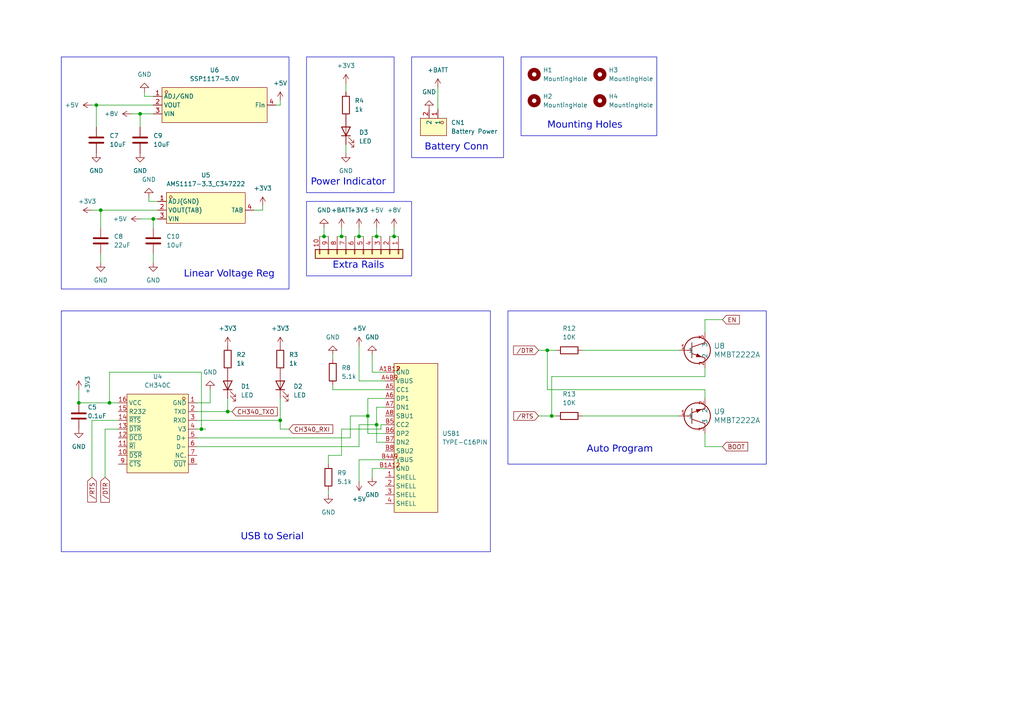
<source format=kicad_sch>
(kicad_sch (version 20230121) (generator eeschema)
  (paper "A4")
  (lib_symbols
    (symbol "Connector_Generic:Conn_01x10" (pin_names (offset 1.016) hide)
      (property "Reference" "J" (at 0 12.7 0))
      (property "Value" "Conn_01x10" (at 0 -15.24 0))
      (symbol "Conn_01x10_1_1"
        (rectangle (start -1.27 -12.573) (end 0 -12.827) (stroke (width 0.1524)))
        (rectangle (start -1.27 -10.033) (end 0 -10.287) (stroke (width 0.1524)))
        (rectangle (start -1.27 -7.493) (end 0 -7.747) (stroke (width 0.1524)))
        (rectangle (start -1.27 -4.953) (end 0 -5.207) (stroke (width 0.1524)))
        (rectangle (start -1.27 -2.413) (end 0 -2.667) (stroke (width 0.1524)))
        (rectangle (start -1.27 0.127) (end 0 -0.127) (stroke (width 0.1524)))
        (rectangle (start -1.27 2.667) (end 0 2.413) (stroke (width 0.1524)))
        (rectangle (start -1.27 5.207) (end 0 4.953) (stroke (width 0.1524)))
        (rectangle (start -1.27 7.747) (end 0 7.493) (stroke (width 0.1524)))
        (rectangle (start -1.27 10.287) (end 0 10.033) (stroke (width 0.1524)))
        (rectangle (start -1.27 11.43) (end 1.27 -13.97) (stroke (width 0.254)) (fill (type background)))
        (pin passive line (at -5.08 10.16 0) (length 3.81) (name "Pin_1") (number "1"))
        (pin passive line (at -5.08 -12.7 0) (length 3.81) (name "Pin_10") (number "10"))
        (pin passive line (at -5.08 7.62 0) (length 3.81) (name "Pin_2") (number "2"))
        (pin passive line (at -5.08 5.08 0) (length 3.81) (name "Pin_3") (number "3"))
        (pin passive line (at -5.08 2.54 0) (length 3.81) (name "Pin_4") (number "4"))
        (pin passive line (at -5.08 0 0) (length 3.81) (name "Pin_5") (number "5"))
        (pin passive line (at -5.08 -2.54 0) (length 3.81) (name "Pin_6") (number "6"))
        (pin passive line (at -5.08 -5.08 0) (length 3.81) (name "Pin_7") (number "7"))
        (pin passive line (at -5.08 -7.62 0) (length 3.81) (name "Pin_8") (number "8"))
        (pin passive line (at -5.08 -10.16 0) (length 3.81) (name "Pin_9") (number "9"))
      )
    )
    (symbol "Device:C" (pin_numbers hide) (pin_names (offset 0.254))
      (property "Reference" "C" (at 0.635 2.54 0))
      (property "Value" "C" (at 0.635 -2.54 0))
      (symbol "C_0_1"
        (polyline (pts (xy -2.032 -0.762) (xy 2.032 -0.762)) (stroke (width 0.508)))
        (polyline (pts (xy -2.032 0.762) (xy 2.032 0.762)) (stroke (width 0.508)))
      )
      (symbol "C_1_1"
        (pin passive line (at 0 3.81 270) (length 2.794) (name "~") (number "1"))
        (pin passive line (at 0 -3.81 90) (length 2.794) (name "~") (number "2"))
      )
    )
    (symbol "Device:LED" (pin_numbers hide) (pin_names (offset 1.016) hide)
      (property "Reference" "D" (at 0 2.54 0))
      (property "Value" "LED" (at 0 -2.54 0))
      (symbol "LED_0_1"
        (polyline (pts (xy -1.27 -1.27) (xy -1.27 1.27)) (stroke (width 0.254)))
        (polyline (pts (xy -1.27 0) (xy 1.27 0)))
        (polyline (pts (xy 1.27 -1.27) (xy 1.27 1.27) (xy -1.27 0) (xy 1.27 -1.27)) (stroke (width 0.254)))
        (polyline (pts (xy -3.048 -0.762) (xy -4.572 -2.286) (xy -3.81 -2.286) (xy -4.572 -2.286) (xy -4.572 -1.524)))
        (polyline (pts (xy -1.778 -0.762) (xy -3.302 -2.286) (xy -2.54 -2.286) (xy -3.302 -2.286) (xy -3.302 -1.524)))
      )
      (symbol "LED_1_1"
        (pin passive line (at -3.81 0 0) (length 2.54) (name "K") (number "1"))
        (pin passive line (at 3.81 0 180) (length 2.54) (name "A") (number "2"))
      )
    )
    (symbol "Device:R" (pin_numbers hide) (pin_names (offset 0))
      (property "Reference" "R" (at 2.032 0 90))
      (property "Value" "R" (at 0 0 90))
      (symbol "R_0_1"
        (rectangle (start -1.016 -2.54) (end 1.016 2.54) (stroke (width 0.254)))
      )
      (symbol "R_1_1"
        (pin passive line (at 0 3.81 270) (length 1.27) (name "~") (number "1"))
        (pin passive line (at 0 -3.81 90) (length 1.27) (name "~") (number "2"))
      )
    )
    (symbol "Mechanical:MountingHole" (pin_names (offset 1.016))
      (property "Reference" "H" (at 0 5.08 0))
      (property "Value" "MountingHole" (at 0 3.175 0))
      (symbol "MountingHole_0_1"
        (circle (center 0 0) (radius 1.27) (stroke (width 1.27)))
      )
    )
    (symbol "Snap_EDA:MMBT2222A" (pin_names (offset 0.254))
      (property "Reference" "U" (at 10.16 2.54 0))
      (property "Value" "MMBT2222A" (at 10.16 -2.54 0))
      (symbol "MMBT2222A_0_1"
        (polyline (pts (xy 2.54 0) (xy 3.81 0)) (stroke (width 0.2032)))
        (polyline (pts (xy 3.81 -2.2098) (xy 3.81 2.2098)) (stroke (width 0.2032)))
        (polyline (pts (xy 3.81 -0.9398) (xy 7.62 -2.2098)) (stroke (width 0.2032)))
        (polyline (pts (xy 3.81 0.9398) (xy 7.62 2.2098)) (stroke (width 0.2032)))
        (polyline (pts (xy 7.62 -2.54) (xy 7.62 -2.2098)) (stroke (width 0.2032)))
        (polyline (pts (xy 7.62 2.2098) (xy 7.62 2.54)) (stroke (width 0.2032)))
        (polyline (pts (xy 5.3848 -0.9398) (xy 5.08 -1.905) (xy 6.6548 -1.905)) (fill (type outline)))
        (circle (center 5.3848 0) (radius 3.81) (stroke (width 0.254)))
        (pin unspecified line (at 0 0 0) (length 2.54) (name "1") (number "1"))
        (pin unspecified line (at 7.62 -5.08 90) (length 2.54) (name "2") (number "2"))
        (pin unspecified line (at 7.62 5.08 270) (length 2.54) (name "3") (number "3"))
      )
    )
    (symbol "easyeda2kicad:AMS1117-3.3_C347222"
      (property "Reference" "U" (at 0 7.62 0))
      (property "Value" "AMS1117-3.3_C347222" (at 0 -7.62 0))
      (symbol "AMS1117-3.3_C347222_0_1"
        (rectangle (start -12.7 5.08) (end 10.16 -3.81) (fill (type background)))
        (circle (center -11.43 3.81) (radius 0.38))
        (pin unspecified line (at -15.24 2.54 0) (length 2.54) (name "ADJ(GND)") (number "1"))
        (pin unspecified line (at -15.24 0 0) (length 2.54) (name "VOUT(TAB)") (number "2"))
        (pin unspecified line (at -15.24 -2.54 0) (length 2.54) (name "VIN") (number "3"))
        (pin unspecified line (at 12.7 0 180) (length 2.54) (name "TAB") (number "4"))
      )
    )
    (symbol "easyeda2kicad:CH340C"
      (property "Reference" "U" (at 0 13.97 0))
      (property "Value" "CH340C" (at 0 -13.97 0))
      (symbol "CH340C_0_1"
        (rectangle (start -8.89 11.43) (end 8.89 -11.43) (fill (type background)))
        (circle (center -7.62 10.16) (radius 0.38))
        (pin unspecified line (at -11.43 8.89 0) (length 2.54) (name "GND") (number "1"))
        (pin unspecified line (at 11.43 -6.35 180) (length 2.54) (name "~{DSR}") (number "10"))
        (pin unspecified line (at 11.43 -3.81 180) (length 2.54) (name "~{RI}") (number "11"))
        (pin unspecified line (at 11.43 -1.27 180) (length 2.54) (name "~{DCD}") (number "12"))
        (pin unspecified line (at 11.43 1.27 180) (length 2.54) (name "~{DTR}") (number "13"))
        (pin unspecified line (at 11.43 3.81 180) (length 2.54) (name "~{RTS}") (number "14"))
        (pin unspecified line (at 11.43 6.35 180) (length 2.54) (name "R232") (number "15"))
        (pin unspecified line (at 11.43 8.89 180) (length 2.54) (name "VCC") (number "16"))
        (pin unspecified line (at -11.43 6.35 0) (length 2.54) (name "TXD") (number "2"))
        (pin unspecified line (at -11.43 3.81 0) (length 2.54) (name "RXD") (number "3"))
        (pin unspecified line (at -11.43 1.27 0) (length 2.54) (name "V3") (number "4"))
        (pin unspecified line (at -11.43 -1.27 0) (length 2.54) (name "D+") (number "5"))
        (pin unspecified line (at -11.43 -3.81 0) (length 2.54) (name "D-") (number "6"))
        (pin unspecified line (at -11.43 -6.35 0) (length 2.54) (name "NC.") (number "7"))
        (pin unspecified line (at -11.43 -8.89 0) (length 2.54) (name "~{OUT}") (number "8"))
        (pin unspecified line (at 11.43 -8.89 180) (length 2.54) (name "~{CTS}") (number "9"))
      )
    )
    (symbol "easyeda2kicad:MX126-5.0-GN01-02P-CU-S-A"
      (property "Reference" "CN" (at 0 6.35 0))
      (property "Value" "MX126-5.0-GN01-02P-CU-S-A" (at 0 -6.35 0))
      (symbol "MX126-5.0-GN01-02P-CU-S-A_0_1"
        (rectangle (start -1.27 3.81) (end 3.81 -3.81) (fill (type background)))
        (circle (center 0 2.54) (radius 0.38))
        (pin unspecified line (at -3.81 1.27 0) (length 2.54) (name "1") (number "1"))
        (pin unspecified line (at -3.81 -1.27 0) (length 2.54) (name "2") (number "2"))
      )
    )
    (symbol "easyeda2kicad:SSP1117-5.0V"
      (property "Reference" "U" (at 0 7.62 0))
      (property "Value" "SSP1117-5.0V" (at 0 -7.62 0))
      (symbol "SSP1117-5.0V_0_1"
        (rectangle (start -15.24 5.08) (end 15.24 -5.08) (fill (type background)))
        (circle (center -13.97 3.81) (radius 0.38))
        (pin unspecified line (at -17.78 2.54 0) (length 2.54) (name "ADJ/GND") (number "1"))
        (pin unspecified line (at -17.78 0 0) (length 2.54) (name "VOUT") (number "2"))
        (pin unspecified line (at -17.78 -2.54 0) (length 2.54) (name "VIN") (number "3"))
        (pin unspecified line (at 17.78 0 180) (length 2.54) (name "Fin") (number "4"))
      )
    )
    (symbol "easyeda2kicad:TYPE-C16PIN"
      (property "Reference" "USB" (at 0 24.13 0))
      (property "Value" "TYPE-C16PIN" (at 0 -24.13 0))
      (symbol "TYPE-C16PIN_0_1"
        (rectangle (start -6.35 21.59) (end 6.35 -21.59) (fill (type background)))
        (circle (center -5.08 20.32) (radius 0.38))
        (pin unspecified line (at -8.89 -11.43 0) (length 2.54) (name "SHELL") (number "1"))
        (pin unspecified line (at -8.89 -13.97 0) (length 2.54) (name "SHELL") (number "2"))
        (pin unspecified line (at -8.89 -16.51 0) (length 2.54) (name "SHELL") (number "3"))
        (pin unspecified line (at -8.89 -19.05 0) (length 2.54) (name "SHELL") (number "4"))
        (pin unspecified line (at -8.89 19.05 0) (length 2.54) (name "GND") (number "A1B12"))
        (pin unspecified line (at -8.89 16.51 0) (length 2.54) (name "VBUS") (number "A4B9"))
        (pin unspecified line (at -8.89 13.97 0) (length 2.54) (name "CC1") (number "A5"))
        (pin unspecified line (at -8.89 11.43 0) (length 2.54) (name "DP1") (number "A6"))
        (pin unspecified line (at -8.89 8.89 0) (length 2.54) (name "DN1") (number "A7"))
        (pin unspecified line (at -8.89 6.35 0) (length 2.54) (name "SBU1") (number "A8"))
        (pin unspecified line (at -8.89 -8.89 0) (length 2.54) (name "GND") (number "B1A12"))
        (pin unspecified line (at -8.89 -6.35 0) (length 2.54) (name "VBUS") (number "B4A9"))
        (pin unspecified line (at -8.89 3.81 0) (length 2.54) (name "CC2") (number "B5"))
        (pin unspecified line (at -8.89 1.27 0) (length 2.54) (name "DP2") (number "B6"))
        (pin unspecified line (at -8.89 -1.27 0) (length 2.54) (name "DN2") (number "B7"))
        (pin unspecified line (at -8.89 -3.81 0) (length 2.54) (name "SBU2") (number "B8"))
      )
    )
    (symbol "power:+3V3" (power) (pin_names (offset 0))
      (property "Value" "+3V3" (at 0 3.556 0))
      (symbol "+3V3_0_1"
        (polyline (pts (xy -0.762 1.27) (xy 0 2.54)))
        (polyline (pts (xy 0 0) (xy 0 2.54)))
        (polyline (pts (xy 0 2.54) (xy 0.762 1.27)))
      )
      (symbol "+3V3_1_1"
        (pin power_in line (at 0 0 90) (length 0) hide (name "+3V3") (number "1"))
      )
    )
    (symbol "power:+5V" (power) (pin_names (offset 0))
      (property "Value" "+5V" (at 0 3.556 0))
      (symbol "+5V_0_1"
        (polyline (pts (xy -0.762 1.27) (xy 0 2.54)))
        (polyline (pts (xy 0 0) (xy 0 2.54)))
        (polyline (pts (xy 0 2.54) (xy 0.762 1.27)))
      )
      (symbol "+5V_1_1"
        (pin power_in line (at 0 0 90) (length 0) hide (name "+5V") (number "1"))
      )
    )
    (symbol "power:+8V" (power) (pin_names (offset 0))
      (property "Value" "+8V" (at 0 3.556 0))
      (symbol "+8V_0_1"
        (polyline (pts (xy -0.762 1.27) (xy 0 2.54)))
        (polyline (pts (xy 0 0) (xy 0 2.54)))
        (polyline (pts (xy 0 2.54) (xy 0.762 1.27)))
      )
      (symbol "+8V_1_1"
        (pin power_in line (at 0 0 90) (length 0) hide (name "+8V") (number "1"))
      )
    )
    (symbol "power:+BATT" (power) (pin_names (offset 0))
      (property "Value" "+BATT" (at 0 3.556 0))
      (symbol "+BATT_0_1"
        (polyline (pts (xy -0.762 1.27) (xy 0 2.54)))
        (polyline (pts (xy 0 0) (xy 0 2.54)))
        (polyline (pts (xy 0 2.54) (xy 0.762 1.27)))
      )
      (symbol "+BATT_1_1"
        (pin power_in line (at 0 0 90) (length 0) hide (name "+BATT") (number "1"))
      )
    )
    (symbol "power:GND" (power) (pin_names (offset 0))
      (property "Value" "GND" (at 0 -3.81 0))
      (symbol "GND_0_1"
        (polyline (pts (xy 0 0) (xy 0 -1.27) (xy 1.27 -1.27) (xy 0 -2.54) (xy -1.27 -1.27) (xy 0 -1.27)))
      )
      (symbol "GND_1_1"
        (pin power_in line (at 0 0 270) (length 0) hide (name "GND") (number "1"))
      )
    )
  )
  (junction (at 58.42 124.46))
  (junction (at 29.21 60.96))
  (junction (at 40.64 33.02))
  (junction (at 44.45 63.5))
  (junction (at 109.22 123.19))
  (junction (at 106.68 120.65))
  (junction (at 99.06 68.58))
  (junction (at 93.98 68.58))
  (junction (at 160.02 120.65))
  (junction (at 66.04 119.38))
  (junction (at 104.14 68.58))
  (junction (at 81.28 121.92))
  (junction (at 22.86 116.84))
  (junction (at 158.75 101.6))
  (junction (at 114.3 68.58))
  (junction (at 27.94 30.48))
  (junction (at 31.75 116.84))
  (junction (at 109.22 68.58))
  (wire (pts (xy 104.14 123.19) (xy 109.22 123.19)))
  (wire (pts (xy 99.06 124.46) (xy 99.06 132.08)))
  (wire (pts (xy 44.45 63.5) (xy 44.45 66.04)))
  (wire (pts (xy 57.15 119.38) (xy 66.04 119.38)))
  (wire (pts (xy 57.15 127) (xy 101.6 127)))
  (wire (pts (xy 109.22 68.58) (xy 110.49 68.58)))
  (wire (pts (xy 44.45 73.66) (xy 44.45 76.2)))
  (wire (pts (xy 81.28 30.48) (xy 81.28 29.21)))
  (wire (pts (xy 107.95 107.95) (xy 107.95 102.87)))
  (wire (pts (xy 156.21 101.6) (xy 158.75 101.6)))
  (wire (pts (xy 204.47 113.03) (xy 158.75 113.03)))
  (wire (pts (xy 81.28 121.92) (xy 81.28 124.46)))
  (wire (pts (xy 106.68 125.73) (xy 111.76 125.73)))
  (wire (pts (xy 81.28 124.46) (xy 83.82 124.46)))
  (wire (pts (xy 158.75 113.03) (xy 158.75 101.6)))
  (wire (pts (xy 106.68 120.65) (xy 106.68 125.73)))
  (wire (pts (xy 104.14 133.35) (xy 104.14 139.7)))
  (wire (pts (xy 27.94 30.48) (xy 27.94 36.83)))
  (wire (pts (xy 111.76 118.11) (xy 109.22 118.11)))
  (wire (pts (xy 26.67 121.92) (xy 26.67 138.43)))
  (wire (pts (xy 93.98 68.58) (xy 95.25 68.58)))
  (wire (pts (xy 58.42 107.95) (xy 31.75 107.95)))
  (wire (pts (xy 27.94 30.48) (xy 44.45 30.48)))
  (wire (pts (xy 44.45 33.02) (xy 40.64 33.02)))
  (wire (pts (xy 204.47 129.54) (xy 209.55 129.54)))
  (wire (pts (xy 102.87 68.58) (xy 104.14 68.58)))
  (wire (pts (xy 22.86 113.03) (xy 22.86 116.84)))
  (wire (pts (xy 107.95 138.43) (xy 107.95 135.89)))
  (wire (pts (xy 204.47 106.68) (xy 204.47 109.22)))
  (wire (pts (xy 111.76 107.95) (xy 107.95 107.95)))
  (wire (pts (xy 57.15 129.54) (xy 104.14 129.54)))
  (wire (pts (xy 93.98 68.58) (xy 92.71 68.58)))
  (wire (pts (xy 31.75 116.84) (xy 34.29 116.84)))
  (wire (pts (xy 156.21 120.65) (xy 160.02 120.65)))
  (wire (pts (xy 81.28 115.57) (xy 81.28 121.92)))
  (wire (pts (xy 96.52 113.03) (xy 111.76 113.03)))
  (wire (pts (xy 76.2 60.96) (xy 76.2 59.69)))
  (wire (pts (xy 96.52 111.76) (xy 96.52 113.03)))
  (wire (pts (xy 30.48 124.46) (xy 30.48 138.43)))
  (wire (pts (xy 44.45 63.5) (xy 45.72 63.5)))
  (wire (pts (xy 104.14 110.49) (xy 104.14 100.33)))
  (wire (pts (xy 104.14 133.35) (xy 111.76 133.35)))
  (wire (pts (xy 106.68 115.57) (xy 106.68 120.65)))
  (wire (pts (xy 100.33 24.13) (xy 100.33 26.67)))
  (wire (pts (xy 204.47 96.52) (xy 204.47 92.71)))
  (wire (pts (xy 22.86 116.84) (xy 31.75 116.84)))
  (wire (pts (xy 109.22 128.27) (xy 111.76 128.27)))
  (wire (pts (xy 26.67 30.48) (xy 27.94 30.48)))
  (wire (pts (xy 100.33 41.91) (xy 100.33 44.45)))
  (wire (pts (xy 107.95 68.58) (xy 109.22 68.58)))
  (wire (pts (xy 57.15 121.92) (xy 81.28 121.92)))
  (wire (pts (xy 110.49 124.46) (xy 99.06 124.46)))
  (wire (pts (xy 127 25.4) (xy 127 31.75)))
  (wire (pts (xy 99.06 132.08) (xy 95.25 132.08)))
  (wire (pts (xy 95.25 142.24) (xy 95.25 143.51)))
  (wire (pts (xy 101.6 120.65) (xy 106.68 120.65)))
  (wire (pts (xy 111.76 123.19) (xy 110.49 123.19)))
  (wire (pts (xy 104.14 129.54) (xy 104.14 123.19)))
  (wire (pts (xy 66.04 119.38) (xy 67.31 119.38)))
  (wire (pts (xy 204.47 115.57) (xy 204.47 113.03)))
  (wire (pts (xy 204.47 125.73) (xy 204.47 129.54)))
  (wire (pts (xy 111.76 115.57) (xy 106.68 115.57)))
  (wire (pts (xy 73.66 60.96) (xy 76.2 60.96)))
  (wire (pts (xy 29.21 60.96) (xy 29.21 66.04)))
  (wire (pts (xy 41.91 27.94) (xy 44.45 27.94)))
  (wire (pts (xy 114.3 66.04) (xy 114.3 68.58)))
  (wire (pts (xy 26.67 60.96) (xy 29.21 60.96)))
  (wire (pts (xy 58.42 124.46) (xy 58.42 107.95)))
  (wire (pts (xy 111.76 110.49) (xy 104.14 110.49)))
  (wire (pts (xy 168.91 120.65) (xy 196.85 120.65)))
  (wire (pts (xy 80.01 30.48) (xy 81.28 30.48)))
  (wire (pts (xy 109.22 123.19) (xy 109.22 128.27)))
  (wire (pts (xy 107.95 135.89) (xy 111.76 135.89)))
  (wire (pts (xy 34.29 121.92) (xy 26.67 121.92)))
  (wire (pts (xy 158.75 101.6) (xy 161.29 101.6)))
  (wire (pts (xy 99.06 68.58) (xy 100.33 68.58)))
  (wire (pts (xy 43.18 58.42) (xy 45.72 58.42)))
  (wire (pts (xy 40.64 33.02) (xy 40.64 36.83)))
  (wire (pts (xy 113.03 68.58) (xy 114.3 68.58)))
  (wire (pts (xy 204.47 109.22) (xy 160.02 109.22)))
  (wire (pts (xy 168.91 101.6) (xy 196.85 101.6)))
  (wire (pts (xy 101.6 127) (xy 101.6 120.65)))
  (wire (pts (xy 29.21 73.66) (xy 29.21 76.2)))
  (wire (pts (xy 38.1 33.02) (xy 40.64 33.02)))
  (wire (pts (xy 99.06 68.58) (xy 97.79 68.58)))
  (wire (pts (xy 93.98 66.04) (xy 93.98 68.58)))
  (wire (pts (xy 114.3 68.58) (xy 115.57 68.58)))
  (wire (pts (xy 60.96 116.84) (xy 60.96 113.03)))
  (wire (pts (xy 40.64 63.5) (xy 44.45 63.5)))
  (wire (pts (xy 66.04 115.57) (xy 66.04 119.38)))
  (wire (pts (xy 109.22 66.04) (xy 109.22 68.58)))
  (wire (pts (xy 96.52 102.87) (xy 96.52 104.14)))
  (wire (pts (xy 99.06 66.04) (xy 99.06 68.58)))
  (wire (pts (xy 31.75 107.95) (xy 31.75 116.84)))
  (wire (pts (xy 95.25 132.08) (xy 95.25 134.62)))
  (wire (pts (xy 104.14 68.58) (xy 105.41 68.58)))
  (wire (pts (xy 34.29 124.46) (xy 30.48 124.46)))
  (wire (pts (xy 160.02 120.65) (xy 161.29 120.65)))
  (wire (pts (xy 41.91 26.67) (xy 41.91 27.94)))
  (wire (pts (xy 204.47 92.71) (xy 209.55 92.71)))
  (wire (pts (xy 109.22 118.11) (xy 109.22 123.19)))
  (wire (pts (xy 57.15 124.46) (xy 58.42 124.46)))
  (wire (pts (xy 58.42 124.46) (xy 59.69 124.46)))
  (wire (pts (xy 110.49 123.19) (xy 110.49 124.46)))
  (wire (pts (xy 104.14 66.04) (xy 104.14 68.58)))
  (wire (pts (xy 43.18 57.15) (xy 43.18 58.42)))
  (wire (pts (xy 29.21 60.96) (xy 45.72 60.96)))
  (wire (pts (xy 160.02 109.22) (xy 160.02 120.65)))
  (wire (pts (xy 57.15 116.84) (xy 60.96 116.84)))
  (rectangle (start 151.13 16.51) (end 190.5 39.37))
  (rectangle (start 147.32 90.17) (end 222.25 134.62))
  (rectangle (start 17.78 16.51) (end 83.82 83.82))
  (rectangle (start 88.9 16.51) (end 114.3 55.88))
  (rectangle (start 17.78 90.17) (end 142.24 160.02))
  (rectangle (start 119.38 16.51) (end 146.05 45.72))
  (rectangle (start 88.9 58.42) (end 119.38 80.01))
  (text "Linear Voltage Reg" (at 53.34 81.28 0) (effects (font (size 2 2)) (justify left bottom)))
  (text "Mounting Holes" (at 158.75 38.1 0) (effects (font (size 2 2)) (justify left bottom)))
  (text "Extra Rails" (at 96.52 78.74 0) (effects (font (size 2 2)) (justify left bottom)))
  (text "USB to Serial" (at 69.85 157.48 0) (effects (font (size 2 2)) (justify left bottom)))
  (text "Power Indicator" (at 90.17 54.61 0) (effects (font (size 2 2)) (justify left bottom)))
  (text "Auto Program" (at 170.18 132.08 0) (effects (font (size 2 2)) (justify left bottom)))
  (text "Battery Conn" (at 123.19 44.45 0) (effects (font (size 2 2)) (justify left bottom)))
  (global_label "{slash}RTS" (shape input) (at 156.21 120.65 180) (property "Intersheetrefs" "${INTERSHEET_REFS}" (effects hide)))
  (global_label "{slash}RTS" (shape input) (at 26.67 138.43 270) (property "Intersheetrefs" "${INTERSHEET_REFS}" (effects hide)))
  (global_label "BOOT" (shape input) (at 209.55 129.54 0) (property "Intersheetrefs" "${INTERSHEET_REFS}" (effects hide)))
  (global_label "{slash}DTR" (shape input) (at 30.48 138.43 270) (property "Intersheetrefs" "${INTERSHEET_REFS}" (effects hide)))
  (global_label "CH340_RXI" (shape input) (at 83.82 124.46 0) (property "Intersheetrefs" "${INTERSHEET_REFS}" (effects hide)))
  (global_label "CH340_TXO" (shape input) (at 67.31 119.38 0) (property "Intersheetrefs" "${INTERSHEET_REFS}" (effects hide)))
  (global_label "EN" (shape input) (at 209.55 92.71 0) (property "Intersheetrefs" "${INTERSHEET_REFS}" (effects hide)))
  (global_label "{slash}DTR" (shape input) (at 156.21 101.6 180) (property "Intersheetrefs" "${INTERSHEET_REFS}" (effects hide)))
  (symbol (lib_id "power:+8V") (at 114.3 66.04 0) (unit 1)
    (property "Reference" "#PWR056" (effects hide))
    (property "Value" "+8V" (at 114.3 60.96 0))
  )
  (symbol (lib_id "power:+5V") (at 104.14 139.7 0) (mirror x) (unit 1)
    (property "Reference" "#PWR050" (effects hide))
    (property "Value" "+5V" (at 104.14 144.78 0))
  )
  (symbol (lib_id "power:+5V") (at 40.64 63.5 90) (mirror x) (unit 1)
    (property "Reference" "#PWR024" (effects hide))
    (property "Value" "+5V" (at 36.83 63.5 90) (effects (justify left)))
  )
  (symbol (lib_id "Device:R") (at 96.52 107.95 0) (unit 1)
    (property "Reference" "R8" (at 99.06 106.68 0) (effects (justify left)))
    (property "Value" "5.1k" (at 99.06 109.22 0) (effects (justify left)))
    (property "Footprint" "Resistor_SMD:R_0805_2012Metric" (effects hide))
  )
  (symbol (lib_id "power:+5V") (at 109.22 66.04 0) (mirror y) (unit 1)
    (property "Reference" "#PWR055" (effects hide))
    (property "Value" "+5V" (at 109.22 60.96 0))
  )
  (symbol (lib_id "power:GND") (at 93.98 66.04 180) (unit 1)
    (property "Reference" "#PWR045" (effects hide))
    (property "Value" "GND" (at 93.98 60.96 0))
  )
  (symbol (lib_id "power:GND") (at 44.45 76.2 0) (unit 1)
    (property "Reference" "#PWR027" (effects hide))
    (property "Value" "GND" (at 44.45 81.28 0))
  )
  (symbol (lib_id "power:+8V") (at 38.1 33.02 90) (unit 1)
    (property "Reference" "#PWR022" (effects hide))
    (property "Value" "+8V" (at 34.29 33.02 90) (effects (justify left)))
  )
  (symbol (lib_id "power:+5V") (at 104.14 100.33 0) (mirror y) (unit 1)
    (property "Reference" "#PWR049" (effects hide))
    (property "Value" "+5V" (at 104.14 95.25 0))
  )
  (symbol (lib_id "Device:LED") (at 66.04 111.76 90) (unit 1)
    (property "Reference" "D1" (at 69.85 112.0775 90) (effects (justify right)))
    (property "Value" "LED" (at 69.85 114.6175 90) (effects (justify right)))
    (property "Footprint" "LED_SMD:LED_0805_2012Metric" (effects hide))
  )
  (symbol (lib_id "Snap_EDA:MMBT2222A") (at 196.85 101.6 0) (unit 1)
    (property "Reference" "U8" (at 207.01 100.33 0) (effects (font (size 1.524 1.524)) (justify left)))
    (property "Value" "MMBT2222A" (at 207.01 102.87 0) (effects (font (size 1.524 1.524)) (justify left)))
    (property "Footprint" "Snap_EDA:SOT23_FAS" (effects hide))
    (property "Datasheet" "MMBT2222A" (effects hide))
  )
  (symbol (lib_id "easyeda2kicad:CH340C") (at 45.72 125.73 0) (mirror y) (unit 1)
    (property "Reference" "U4" (at 45.72 109.22 0))
    (property "Value" "CH340C" (at 45.72 111.76 0))
    (property "Footprint" "easyeda2kicad:SOP-16_L10.0-W3.9-P1.27-LS6.0-BL" (effects hide))
    (property "Datasheet" "https://lcsc.com/product-detail/USB_CH340C_C84681.html" (effects hide))
    (property "LCSC Part" "C84681" (effects hide))
  )
  (symbol (lib_id "Mechanical:MountingHole") (at 154.94 21.59 0) (unit 1)
    (property "Reference" "H1" (at 157.48 20.32 0) (effects (justify left)))
    (property "Value" "MountingHole" (at 157.48 22.86 0) (effects (justify left)))
    (property "Footprint" "MountingHole:MountingHole_2.5mm" (effects hide))
  )
  (symbol (lib_id "power:GND") (at 40.64 44.45 0) (unit 1)
    (property "Reference" "#PWR023" (effects hide))
    (property "Value" "GND" (at 40.64 49.53 0))
  )
  (symbol (lib_id "Device:C") (at 29.21 69.85 0) (unit 1)
    (property "Reference" "C8" (at 33.02 68.58 0) (effects (justify left)))
    (property "Value" "22uF" (at 33.02 71.12 0) (effects (justify left)))
    (property "Footprint" "Capacitor_SMD:C_0805_2012Metric" (effects hide))
  )
  (symbol (lib_id "Device:LED") (at 81.28 111.76 90) (unit 1)
    (property "Reference" "D2" (at 85.09 112.0775 90) (effects (justify right)))
    (property "Value" "LED" (at 85.09 114.6175 90) (effects (justify right)))
    (property "Footprint" "LED_SMD:LED_0805_2012Metric" (effects hide))
  )
  (symbol (lib_id "power:GND") (at 95.25 143.51 0) (unit 1)
    (property "Reference" "#PWR051" (effects hide))
    (property "Value" "GND" (at 95.25 148.59 0))
  )
  (symbol (lib_id "power:GND") (at 107.95 102.87 180) (unit 1)
    (property "Reference" "#PWR048" (effects hide))
    (property "Value" "GND" (at 107.95 97.79 0))
  )
  (symbol (lib_id "Device:C") (at 27.94 40.64 0) (unit 1)
    (property "Reference" "C7" (at 31.75 39.37 0) (effects (justify left)))
    (property "Value" "10uF" (at 31.75 41.91 0) (effects (justify left)))
    (property "Footprint" "Capacitor_SMD:C_0805_2012Metric" (effects hide))
  )
  (symbol (lib_id "power:GND") (at 100.33 44.45 0) (unit 1)
    (property "Reference" "#PWR031" (effects hide))
    (property "Value" "GND" (at 100.33 49.53 0))
  )
  (symbol (lib_id "power:+BATT") (at 99.06 66.04 0) (unit 1)
    (property "Reference" "#PWR053" (effects hide))
    (property "Value" "+BATT" (at 99.06 60.96 0))
  )
  (symbol (lib_id "easyeda2kicad:TYPE-C16PIN") (at 120.65 127 0) (unit 1)
    (property "Reference" "USB1" (at 128.27 125.73 0) (effects (justify left)))
    (property "Value" "TYPE-C16PIN" (at 128.27 128.27 0) (effects (justify left)))
    (property "Footprint" "easyeda2kicad:USB-C-SMD_TYPE-C16PIN" (effects hide))
    (property "Datasheet" "https://lcsc.com/product-detail/USB-Connectors_SHOU-HAN-TYPE-C16PIN_C393939.html" (effects hide))
    (property "LCSC Part" "C393939" (effects hide))
  )
  (symbol (lib_id "power:GND") (at 27.94 44.45 0) (unit 1)
    (property "Reference" "#PWR020" (effects hide))
    (property "Value" "GND" (at 27.94 49.53 0))
  )
  (symbol (lib_id "easyeda2kicad:MX126-5.0-GN01-02P-CU-S-A") (at 125.73 35.56 270) (unit 1)
    (property "Reference" "CN1" (at 130.81 35.56 90) (effects (justify left)))
    (property "Value" "Battery Power" (at 130.81 38.1 90) (effects (justify left)))
    (property "Footprint" "easyeda2kicad:CONN-TH_2P-P5.00_MX126-5.0-GN01-02P-CU-S-A" (effects hide))
    (property "LCSC Part" "C5188434" (effects hide))
  )
  (symbol (lib_id "power:GND") (at 60.96 113.03 0) (mirror x) (unit 1)
    (property "Reference" "#PWR013" (effects hide))
    (property "Value" "GND" (at 60.96 107.95 0))
  )
  (symbol (lib_id "easyeda2kicad:AMS1117-3.3_C347222") (at 60.96 60.96 0) (unit 1)
    (property "Reference" "U5" (at 59.69 50.8 0))
    (property "Value" "AMS1117-3.3_C347222" (at 59.69 53.34 0))
    (property "Footprint" "easyeda2kicad:SOT-223-4_L6.5-W3.5-P2.30-LS7.0-BR" (effects hide))
    (property "Datasheet" "https://lcsc.com/product-detail/Others_Youtai-Semiconductor-Co-Ltd-AMS1117-3-3_C347222.html" (effects hide))
    (property "LCSC Part" "C347222" (effects hide))
  )
  (symbol (lib_id "power:GND") (at 107.95 138.43 0) (unit 1)
    (property "Reference" "#PWR017" (effects hide))
    (property "Value" "GND" (at 107.95 143.51 0))
  )
  (symbol (lib_id "power:+3V3") (at 22.86 113.03 0) (unit 1)
    (property "Reference" "#PWR010" (effects hide))
    (property "Value" "+3V3" (at 25.4 114.3 90) (effects (justify left)))
  )
  (symbol (lib_id "Mechanical:MountingHole") (at 173.99 29.21 0) (unit 1)
    (property "Reference" "H4" (at 176.53 27.94 0) (effects (justify left)))
    (property "Value" "MountingHole" (at 176.53 30.48 0) (effects (justify left)))
    (property "Footprint" "MountingHole:MountingHole_2.5mm" (effects hide))
  )
  (symbol (lib_id "power:GND") (at 29.21 76.2 0) (unit 1)
    (property "Reference" "#PWR021" (effects hide))
    (property "Value" "GND" (at 29.21 81.28 0))
  )
  (symbol (lib_id "power:+BATT") (at 127 25.4 0) (unit 1)
    (property "Reference" "#PWR042" (effects hide))
    (property "Value" "+BATT" (at 127 20.32 0))
  )
  (symbol (lib_id "power:GND") (at 96.52 102.87 180) (unit 1)
    (property "Reference" "#PWR016" (effects hide))
    (property "Value" "GND" (at 96.52 97.79 0))
  )
  (symbol (lib_id "Device:R") (at 66.04 104.14 0) (unit 1)
    (property "Reference" "R2" (at 68.58 102.87 0) (effects (justify left)))
    (property "Value" "1k" (at 68.58 105.41 0) (effects (justify left)))
    (property "Footprint" "Resistor_SMD:R_0805_2012Metric" (effects hide))
  )
  (symbol (lib_id "Mechanical:MountingHole") (at 173.99 21.59 0) (unit 1)
    (property "Reference" "H3" (at 176.53 20.32 0) (effects (justify left)))
    (property "Value" "MountingHole" (at 176.53 22.86 0) (effects (justify left)))
    (property "Footprint" "MountingHole:MountingHole_2.5mm" (effects hide))
  )
  (symbol (lib_id "power:+5V") (at 26.67 30.48 90) (mirror x) (unit 1)
    (property "Reference" "#PWR018" (effects hide))
    (property "Value" "+5V" (at 22.86 30.48 90) (effects (justify left)))
  )
  (symbol (lib_id "Device:R") (at 81.28 104.14 0) (unit 1)
    (property "Reference" "R3" (at 83.82 102.87 0) (effects (justify left)))
    (property "Value" "1k" (at 83.82 105.41 0) (effects (justify left)))
    (property "Footprint" "Resistor_SMD:R_0805_2012Metric" (effects hide))
  )
  (symbol (lib_id "power:GND") (at 22.86 124.46 0) (unit 1)
    (property "Reference" "#PWR011" (effects hide))
    (property "Value" "GND" (at 22.86 129.54 0))
  )
  (symbol (lib_id "power:GND") (at 41.91 26.67 180) (unit 1)
    (property "Reference" "#PWR025" (effects hide))
    (property "Value" "GND" (at 41.91 21.59 0))
  )
  (symbol (lib_id "power:GND") (at 43.18 57.15 180) (unit 1)
    (property "Reference" "#PWR026" (effects hide))
    (property "Value" "GND" (at 43.18 52.07 0))
  )
  (symbol (lib_id "Connector_Generic:Conn_01x10") (at 105.41 73.66 270) (unit 1)
    (property "Reference" "J11" (effects hide))
    (property "Value" "Conn_01x10" (effects hide))
    (property "Footprint" "Connector_PinHeader_2.54mm:PinHeader_1x10_P2.54mm_Vertical" (effects hide))
  )
  (symbol (lib_id "Snap_EDA:MMBT2222A") (at 196.85 120.65 0) (mirror x) (unit 1)
    (property "Reference" "U9" (at 207.01 119.38 0) (effects (font (size 1.524 1.524)) (justify left)))
    (property "Value" "MMBT2222A" (at 207.01 121.92 0) (effects (font (size 1.524 1.524)) (justify left)))
    (property "Footprint" "Snap_EDA:SOT23_FAS" (effects hide))
    (property "Datasheet" "MMBT2222A" (effects hide))
  )
  (symbol (lib_id "Device:C") (at 22.86 120.65 0) (unit 1)
    (property "Reference" "C5" (at 25.4 118.11 0) (effects (justify left)))
    (property "Value" "0.1uF" (at 25.4 120.65 0) (effects (justify left)))
    (property "Footprint" "Capacitor_SMD:C_0805_2012Metric" (effects hide))
  )
  (symbol (lib_id "power:+3V3") (at 81.28 100.33 0) (unit 1)
    (property "Reference" "#PWR015" (effects hide))
    (property "Value" "+3V3" (at 81.28 95.25 0))
  )
  (symbol (lib_id "power:GND") (at 124.46 31.75 180) (unit 1)
    (property "Reference" "#PWR040" (effects hide))
    (property "Value" "GND" (at 124.46 26.67 0))
  )
  (symbol (lib_id "Device:R") (at 165.1 120.65 90) (unit 1)
    (property "Reference" "R13" (at 165.1 114.3 90))
    (property "Value" "10K" (at 165.1 116.84 90))
    (property "Footprint" "Resistor_SMD:R_0805_2012Metric" (effects hide))
  )
  (symbol (lib_id "Mechanical:MountingHole") (at 154.94 29.21 0) (unit 1)
    (property "Reference" "H2" (at 157.48 27.94 0) (effects (justify left)))
    (property "Value" "MountingHole" (at 157.48 30.48 0) (effects (justify left)))
    (property "Footprint" "MountingHole:MountingHole_2.5mm" (effects hide))
  )
  (symbol (lib_id "power:+3V3") (at 76.2 59.69 0) (unit 1)
    (property "Reference" "#PWR028" (effects hide))
    (property "Value" "+3V3" (at 76.2 54.61 0))
  )
  (symbol (lib_id "power:+3V3") (at 66.04 100.33 0) (unit 1)
    (property "Reference" "#PWR014" (effects hide))
    (property "Value" "+3V3" (at 66.04 95.25 0))
  )
  (symbol (lib_id "Device:R") (at 100.33 30.48 0) (unit 1)
    (property "Reference" "R4" (at 102.87 29.21 0) (effects (justify left)))
    (property "Value" "1k" (at 102.87 31.75 0) (effects (justify left)))
    (property "Footprint" "Resistor_SMD:R_0805_2012Metric" (effects hide))
  )
  (symbol (lib_id "easyeda2kicad:SSP1117-5.0V") (at 62.23 30.48 0) (unit 1)
    (property "Reference" "U6" (at 62.23 20.32 0))
    (property "Value" "SSP1117-5.0V" (at 62.23 22.86 0))
    (property "Footprint" "easyeda2kicad:SOT-223_L6.5-W3.5-P2.30-LS7.0-BR" (effects hide))
    (property "Datasheet" "https://lcsc.com/product-detail/Linear-Voltage-Regulators_Shanghai-Siproin-Microelectronics-SSP1117-5-0V_C277893.html" (effects hide))
    (property "LCSC Part" "C277893" (effects hide))
  )
  (symbol (lib_id "power:+5V") (at 81.28 29.21 0) (mirror y) (unit 1)
    (property "Reference" "#PWR029" (effects hide))
    (property "Value" "+5V" (at 81.28 24.13 0))
  )
  (symbol (lib_id "power:+3V3") (at 26.67 60.96 90) (unit 1)
    (property "Reference" "#PWR019" (effects hide))
    (property "Value" "+3V3" (at 27.94 58.42 90) (effects (justify left)))
  )
  (symbol (lib_id "Device:LED") (at 100.33 38.1 90) (unit 1)
    (property "Reference" "D3" (at 104.14 38.4175 90) (effects (justify right)))
    (property "Value" "LED" (at 104.14 40.9575 90) (effects (justify right)))
    (property "Footprint" "LED_SMD:LED_0805_2012Metric" (effects hide))
  )
  (symbol (lib_id "Device:R") (at 165.1 101.6 90) (unit 1)
    (property "Reference" "R12" (at 165.1 95.25 90))
    (property "Value" "10K" (at 165.1 97.79 90))
    (property "Footprint" "Resistor_SMD:R_0805_2012Metric" (effects hide))
  )
  (symbol (lib_id "Device:C") (at 44.45 69.85 0) (unit 1)
    (property "Reference" "C10" (at 48.26 68.58 0) (effects (justify left)))
    (property "Value" "10uF" (at 48.26 71.12 0) (effects (justify left)))
    (property "Footprint" "Capacitor_SMD:C_0805_2012Metric" (effects hide))
  )
  (symbol (lib_id "power:+3V3") (at 100.33 24.13 0) (unit 1)
    (property "Reference" "#PWR030" (effects hide))
    (property "Value" "+3V3" (at 100.33 19.05 0))
  )
  (symbol (lib_id "Device:R") (at 95.25 138.43 0) (unit 1)
    (property "Reference" "R9" (at 97.79 137.16 0) (effects (justify left)))
    (property "Value" "5.1k" (at 97.79 139.7 0) (effects (justify left)))
    (property "Footprint" "Resistor_SMD:R_0805_2012Metric" (effects hide))
  )
  (symbol (lib_id "power:+3V3") (at 104.14 66.04 0) (unit 1)
    (property "Reference" "#PWR054" (effects hide))
    (property "Value" "+3V3" (at 104.14 60.96 0))
  )
  (symbol (lib_id "Device:C") (at 40.64 40.64 0) (unit 1)
    (property "Reference" "C9" (at 44.45 39.37 0) (effects (justify left)))
    (property "Value" "10uF" (at 44.45 41.91 0) (effects (justify left)))
    (property "Footprint" "Capacitor_SMD:C_0805_2012Metric" (effects hide))
  )
)
</source>
